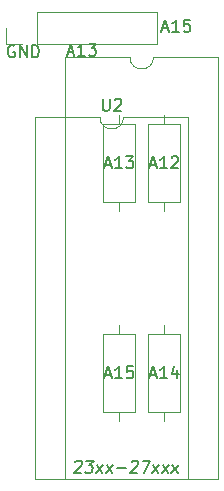
<source format=gbr>
G04 #@! TF.GenerationSoftware,KiCad,Pcbnew,(5.1.2)-1*
G04 #@! TF.CreationDate,2020-02-06T22:00:07-05:00*
G04 #@! TF.ProjectId,23xxxAdapter,32337878-7841-4646-9170-7465722e6b69,rev?*
G04 #@! TF.SameCoordinates,Original*
G04 #@! TF.FileFunction,Legend,Top*
G04 #@! TF.FilePolarity,Positive*
%FSLAX46Y46*%
G04 Gerber Fmt 4.6, Leading zero omitted, Abs format (unit mm)*
G04 Created by KiCad (PCBNEW (5.1.2)-1) date 2020-02-06 22:00:07*
%MOMM*%
%LPD*%
G04 APERTURE LIST*
%ADD10C,0.150000*%
%ADD11C,0.120000*%
G04 APERTURE END LIST*
D10*
X166830523Y-69889666D02*
X167306714Y-69889666D01*
X166735285Y-70175380D02*
X167068619Y-69175380D01*
X167401952Y-70175380D01*
X168259095Y-70175380D02*
X167687666Y-70175380D01*
X167973380Y-70175380D02*
X167973380Y-69175380D01*
X167878142Y-69318238D01*
X167782904Y-69413476D01*
X167687666Y-69461095D01*
X169163857Y-69175380D02*
X168687666Y-69175380D01*
X168640047Y-69651571D01*
X168687666Y-69603952D01*
X168782904Y-69556333D01*
X169021000Y-69556333D01*
X169116238Y-69603952D01*
X169163857Y-69651571D01*
X169211476Y-69746809D01*
X169211476Y-69984904D01*
X169163857Y-70080142D01*
X169116238Y-70127761D01*
X169021000Y-70175380D01*
X168782904Y-70175380D01*
X168687666Y-70127761D01*
X168640047Y-70080142D01*
X158829523Y-71921666D02*
X159305714Y-71921666D01*
X158734285Y-72207380D02*
X159067619Y-71207380D01*
X159400952Y-72207380D01*
X160258095Y-72207380D02*
X159686666Y-72207380D01*
X159972380Y-72207380D02*
X159972380Y-71207380D01*
X159877142Y-71350238D01*
X159781904Y-71445476D01*
X159686666Y-71493095D01*
X160591428Y-71207380D02*
X161210476Y-71207380D01*
X160877142Y-71588333D01*
X161020000Y-71588333D01*
X161115238Y-71635952D01*
X161162857Y-71683571D01*
X161210476Y-71778809D01*
X161210476Y-72016904D01*
X161162857Y-72112142D01*
X161115238Y-72159761D01*
X161020000Y-72207380D01*
X160734285Y-72207380D01*
X160639047Y-72159761D01*
X160591428Y-72112142D01*
X154305095Y-71382000D02*
X154209857Y-71334380D01*
X154067000Y-71334380D01*
X153924142Y-71382000D01*
X153828904Y-71477238D01*
X153781285Y-71572476D01*
X153733666Y-71762952D01*
X153733666Y-71905809D01*
X153781285Y-72096285D01*
X153828904Y-72191523D01*
X153924142Y-72286761D01*
X154067000Y-72334380D01*
X154162238Y-72334380D01*
X154305095Y-72286761D01*
X154352714Y-72239142D01*
X154352714Y-71905809D01*
X154162238Y-71905809D01*
X154781285Y-72334380D02*
X154781285Y-71334380D01*
X155352714Y-72334380D01*
X155352714Y-71334380D01*
X155828904Y-72334380D02*
X155828904Y-71334380D01*
X156067000Y-71334380D01*
X156209857Y-71382000D01*
X156305095Y-71477238D01*
X156352714Y-71572476D01*
X156400333Y-71762952D01*
X156400333Y-71905809D01*
X156352714Y-72096285D01*
X156305095Y-72191523D01*
X156209857Y-72286761D01*
X156067000Y-72334380D01*
X155828904Y-72334380D01*
X159485967Y-106608619D02*
X159539538Y-106561000D01*
X159640729Y-106513380D01*
X159878824Y-106513380D01*
X159968110Y-106561000D01*
X160009776Y-106608619D01*
X160045491Y-106703857D01*
X160033586Y-106799095D01*
X159968110Y-106941952D01*
X159325252Y-107513380D01*
X159944300Y-107513380D01*
X160402633Y-106513380D02*
X161021681Y-106513380D01*
X160640729Y-106894333D01*
X160783586Y-106894333D01*
X160872872Y-106941952D01*
X160914538Y-106989571D01*
X160950252Y-107084809D01*
X160920491Y-107322904D01*
X160860967Y-107418142D01*
X160807395Y-107465761D01*
X160706205Y-107513380D01*
X160420491Y-107513380D01*
X160331205Y-107465761D01*
X160289538Y-107418142D01*
X161230014Y-107513380D02*
X161837157Y-106846714D01*
X161313348Y-106846714D02*
X161753824Y-107513380D01*
X162039538Y-107513380D02*
X162646681Y-106846714D01*
X162122872Y-106846714D02*
X162563348Y-107513380D01*
X162991919Y-107132428D02*
X163753824Y-107132428D01*
X164247872Y-106608619D02*
X164301443Y-106561000D01*
X164402633Y-106513380D01*
X164640729Y-106513380D01*
X164730014Y-106561000D01*
X164771681Y-106608619D01*
X164807395Y-106703857D01*
X164795491Y-106799095D01*
X164730014Y-106941952D01*
X164087157Y-107513380D01*
X164706205Y-107513380D01*
X165164538Y-106513380D02*
X165831205Y-106513380D01*
X165277633Y-107513380D01*
X165991919Y-107513380D02*
X166599062Y-106846714D01*
X166075252Y-106846714D02*
X166515729Y-107513380D01*
X166801443Y-107513380D02*
X167408586Y-106846714D01*
X166884776Y-106846714D02*
X167325252Y-107513380D01*
X167610967Y-107513380D02*
X168218110Y-106846714D01*
X167694300Y-106846714D02*
X168134776Y-107513380D01*
D11*
X166100000Y-72330000D02*
G75*
G02X164100000Y-72330000I-1000000J0D01*
G01*
X164100000Y-72330000D02*
X158640000Y-72330000D01*
X158640000Y-72330000D02*
X158640000Y-108010000D01*
X158640000Y-108010000D02*
X171560000Y-108010000D01*
X171560000Y-108010000D02*
X171560000Y-72330000D01*
X171560000Y-72330000D02*
X166100000Y-72330000D01*
X166430000Y-71180000D02*
X166430000Y-68520000D01*
X156210000Y-71180000D02*
X166430000Y-71180000D01*
X156210000Y-68520000D02*
X166430000Y-68520000D01*
X156210000Y-71180000D02*
X156210000Y-68520000D01*
X154940000Y-71180000D02*
X153610000Y-71180000D01*
X153610000Y-71180000D02*
X153610000Y-69850000D01*
X165635000Y-84550000D02*
X168375000Y-84550000D01*
X168375000Y-84550000D02*
X168375000Y-78010000D01*
X168375000Y-78010000D02*
X165635000Y-78010000D01*
X165635000Y-78010000D02*
X165635000Y-84550000D01*
X167005000Y-85320000D02*
X167005000Y-84550000D01*
X167005000Y-77240000D02*
X167005000Y-78010000D01*
X163195000Y-77240000D02*
X163195000Y-78010000D01*
X163195000Y-85320000D02*
X163195000Y-84550000D01*
X161825000Y-78010000D02*
X161825000Y-84550000D01*
X164565000Y-78010000D02*
X161825000Y-78010000D01*
X164565000Y-84550000D02*
X164565000Y-78010000D01*
X161825000Y-84550000D02*
X164565000Y-84550000D01*
X167005000Y-95020000D02*
X167005000Y-95790000D01*
X167005000Y-103100000D02*
X167005000Y-102330000D01*
X165635000Y-95790000D02*
X165635000Y-102330000D01*
X168375000Y-95790000D02*
X165635000Y-95790000D01*
X168375000Y-102330000D02*
X168375000Y-95790000D01*
X165635000Y-102330000D02*
X168375000Y-102330000D01*
X161825000Y-102330000D02*
X164565000Y-102330000D01*
X164565000Y-102330000D02*
X164565000Y-95790000D01*
X164565000Y-95790000D02*
X161825000Y-95790000D01*
X161825000Y-95790000D02*
X161825000Y-102330000D01*
X163195000Y-103100000D02*
X163195000Y-102330000D01*
X163195000Y-95020000D02*
X163195000Y-95790000D01*
X163560000Y-77410000D02*
G75*
G02X161560000Y-77410000I-1000000J0D01*
G01*
X161560000Y-77410000D02*
X156100000Y-77410000D01*
X156100000Y-77410000D02*
X156100000Y-108010000D01*
X156100000Y-108010000D02*
X169020000Y-108010000D01*
X169020000Y-108010000D02*
X169020000Y-77410000D01*
X169020000Y-77410000D02*
X163560000Y-77410000D01*
D10*
X165814523Y-81446666D02*
X166290714Y-81446666D01*
X165719285Y-81732380D02*
X166052619Y-80732380D01*
X166385952Y-81732380D01*
X167243095Y-81732380D02*
X166671666Y-81732380D01*
X166957380Y-81732380D02*
X166957380Y-80732380D01*
X166862142Y-80875238D01*
X166766904Y-80970476D01*
X166671666Y-81018095D01*
X167624047Y-80827619D02*
X167671666Y-80780000D01*
X167766904Y-80732380D01*
X168005000Y-80732380D01*
X168100238Y-80780000D01*
X168147857Y-80827619D01*
X168195476Y-80922857D01*
X168195476Y-81018095D01*
X168147857Y-81160952D01*
X167576428Y-81732380D01*
X168195476Y-81732380D01*
X162004523Y-81446666D02*
X162480714Y-81446666D01*
X161909285Y-81732380D02*
X162242619Y-80732380D01*
X162575952Y-81732380D01*
X163433095Y-81732380D02*
X162861666Y-81732380D01*
X163147380Y-81732380D02*
X163147380Y-80732380D01*
X163052142Y-80875238D01*
X162956904Y-80970476D01*
X162861666Y-81018095D01*
X163766428Y-80732380D02*
X164385476Y-80732380D01*
X164052142Y-81113333D01*
X164195000Y-81113333D01*
X164290238Y-81160952D01*
X164337857Y-81208571D01*
X164385476Y-81303809D01*
X164385476Y-81541904D01*
X164337857Y-81637142D01*
X164290238Y-81684761D01*
X164195000Y-81732380D01*
X163909285Y-81732380D01*
X163814047Y-81684761D01*
X163766428Y-81637142D01*
X165814523Y-99226666D02*
X166290714Y-99226666D01*
X165719285Y-99512380D02*
X166052619Y-98512380D01*
X166385952Y-99512380D01*
X167243095Y-99512380D02*
X166671666Y-99512380D01*
X166957380Y-99512380D02*
X166957380Y-98512380D01*
X166862142Y-98655238D01*
X166766904Y-98750476D01*
X166671666Y-98798095D01*
X168100238Y-98845714D02*
X168100238Y-99512380D01*
X167862142Y-98464761D02*
X167624047Y-99179047D01*
X168243095Y-99179047D01*
X162004523Y-99226666D02*
X162480714Y-99226666D01*
X161909285Y-99512380D02*
X162242619Y-98512380D01*
X162575952Y-99512380D01*
X163433095Y-99512380D02*
X162861666Y-99512380D01*
X163147380Y-99512380D02*
X163147380Y-98512380D01*
X163052142Y-98655238D01*
X162956904Y-98750476D01*
X162861666Y-98798095D01*
X164337857Y-98512380D02*
X163861666Y-98512380D01*
X163814047Y-98988571D01*
X163861666Y-98940952D01*
X163956904Y-98893333D01*
X164195000Y-98893333D01*
X164290238Y-98940952D01*
X164337857Y-98988571D01*
X164385476Y-99083809D01*
X164385476Y-99321904D01*
X164337857Y-99417142D01*
X164290238Y-99464761D01*
X164195000Y-99512380D01*
X163956904Y-99512380D01*
X163861666Y-99464761D01*
X163814047Y-99417142D01*
X161798095Y-75862380D02*
X161798095Y-76671904D01*
X161845714Y-76767142D01*
X161893333Y-76814761D01*
X161988571Y-76862380D01*
X162179047Y-76862380D01*
X162274285Y-76814761D01*
X162321904Y-76767142D01*
X162369523Y-76671904D01*
X162369523Y-75862380D01*
X162798095Y-75957619D02*
X162845714Y-75910000D01*
X162940952Y-75862380D01*
X163179047Y-75862380D01*
X163274285Y-75910000D01*
X163321904Y-75957619D01*
X163369523Y-76052857D01*
X163369523Y-76148095D01*
X163321904Y-76290952D01*
X162750476Y-76862380D01*
X163369523Y-76862380D01*
M02*

</source>
